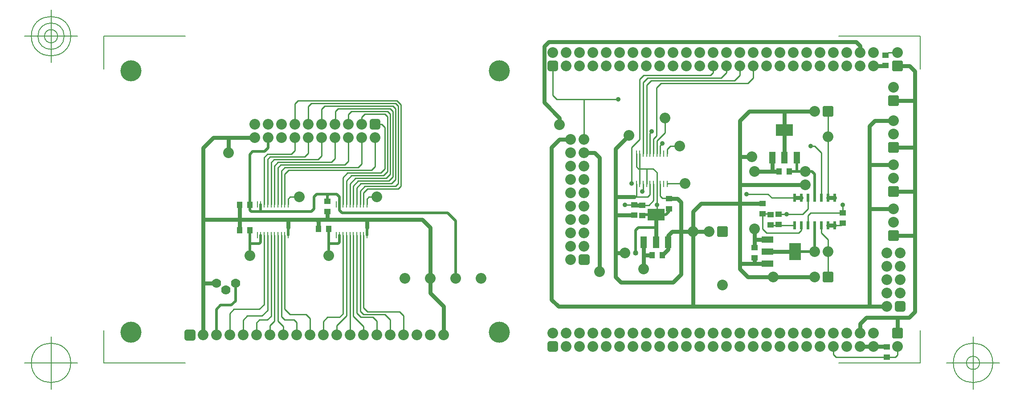
<source format=gbr>
G04 Generated by Ultiboard 13.0 *
%FSLAX24Y24*%
%MOIN*%

%ADD10C,0.0001*%
%ADD11C,0.0300*%
%ADD12C,0.0200*%
%ADD13C,0.0100*%
%ADD14C,0.0050*%
%ADD15C,0.1575*%
%ADD16C,0.0800*%
%ADD17R,0.0400X0.0500*%
%ADD18R,0.0098X0.0472*%
%ADD19R,0.0500X0.0400*%
%ADD20R,0.0450X0.0450*%
%ADD21C,0.0350*%
%ADD22C,0.0700*%
%ADD23R,0.0408X0.0408*%
%ADD24C,0.0392*%
%ADD25R,0.0600X0.0600*%
%ADD26C,0.0200*%
%ADD27R,0.0472X0.0866*%
%ADD28R,0.1300X0.0860*%
%ADD29C,0.0400*%
%ADD30R,0.0866X0.0472*%
%ADD31R,0.0860X0.1300*%
%ADD32R,0.0236X0.0610*%


G04 ColorRGB 0000FF for the following layer *
%LNCopper Bottom*%
%LPD*%
G54D10*
G54D11*
X-22691Y-16897D02*
X-22691Y-2887D01*
X-4691Y-16897D02*
X-4691Y-14775D01*
X-4691Y-14775D02*
X-5684Y-13781D01*
X-5684Y-13781D02*
X-5684Y-8881D01*
X-21693Y-13025D02*
X-22646Y-13025D01*
X-19974Y-7181D02*
X-19974Y-9071D01*
X-14074Y-8981D02*
X-14074Y-8391D01*
X-22584Y-8281D02*
X-16333Y-8281D01*
X-16333Y-8881D02*
X-16333Y-8330D01*
X-16333Y-8281D02*
X-6284Y-8281D01*
X-14074Y-8391D02*
X-14184Y-8281D01*
X-13384Y-7671D02*
X-13384Y-8281D01*
X-10433Y-8881D02*
X-10433Y-8330D01*
X-5684Y-8881D02*
X-6284Y-8281D01*
X-22691Y-2887D02*
X-21941Y-2138D01*
X-20784Y-3281D02*
X-20784Y-2138D01*
X-21941Y-2138D02*
X-18821Y-2138D01*
X3180Y5033D02*
X2830Y4683D01*
X26180Y5033D02*
X3180Y5033D01*
X2830Y4683D02*
X2830Y483D01*
X3980Y-667D01*
X3980Y-1167D02*
X3980Y-667D01*
X3380Y-2867D02*
X3980Y-2267D01*
X3380Y-14267D02*
X3380Y-2867D01*
X3980Y-2267D02*
X4820Y-2267D01*
X3890Y-14777D02*
X3380Y-14267D01*
X3890Y-14777D02*
X28480Y-14777D01*
X6620Y-3267D02*
X5820Y-3267D01*
X6980Y-3627D02*
X6620Y-3267D01*
X6980Y-12167D02*
X6980Y-3627D01*
X8180Y-2967D02*
X9180Y-1967D01*
X8180Y-10679D02*
X8180Y-2967D01*
X9580Y-6567D02*
X8180Y-6567D01*
X9575Y-7952D02*
X8195Y-7952D01*
X8180Y-12567D02*
X8180Y-10767D01*
X8180Y-10679D02*
X8267Y-10767D01*
X8880Y-10767D02*
X8267Y-10767D01*
X8180Y-12567D02*
X8580Y-12967D01*
X12480Y-12967D01*
X10180Y-7187D02*
X9580Y-7187D01*
X10286Y-9968D02*
X10286Y-10667D01*
X10286Y-11961D01*
X10901Y-10936D02*
X10317Y-10936D01*
X11191Y-7898D02*
X11191Y-9968D01*
X11671Y-10936D02*
X12097Y-10510D01*
X12180Y-6687D02*
X12800Y-6687D01*
X12397Y-9167D02*
X12097Y-9468D01*
X12397Y-9167D02*
X15180Y-9167D01*
X12097Y-9468D02*
X12097Y-9968D01*
X12097Y-10510D02*
X12097Y-9968D01*
X13080Y-12367D02*
X12480Y-12967D01*
X12800Y-6687D02*
X13080Y-6967D01*
X13080Y-12367D01*
X13980Y-7667D02*
X14580Y-7067D01*
X13980Y-7667D02*
X13980Y-14777D01*
X14580Y-7067D02*
X17480Y-7067D01*
X18180Y-167D02*
X17480Y-867D01*
X23080Y-167D02*
X18180Y-167D01*
X17480Y-11967D02*
X17480Y-867D01*
X18380Y-3567D02*
X17480Y-3567D01*
X22380Y-5667D02*
X17480Y-5667D01*
X19180Y-7077D02*
X17490Y-7077D01*
X17480Y-11567D02*
X19542Y-11567D01*
X18080Y-12567D02*
X17480Y-11967D01*
X23080Y-12567D02*
X18080Y-12567D01*
X20400Y-4667D02*
X18580Y-4667D01*
X18580Y-8967D02*
X18580Y-10377D01*
X19548Y-9761D02*
X18585Y-9761D01*
X18580Y-11147D02*
X18580Y-11567D01*
X19548Y-10667D02*
X21618Y-10667D01*
X19910Y-3648D02*
X19910Y-4636D01*
X20816Y-231D02*
X20880Y-167D01*
X20816Y-231D02*
X20816Y-1578D01*
X20816Y-3648D01*
X22080Y-6643D02*
X21580Y-6643D01*
X24580Y-6643D02*
X24080Y-6643D01*
X24580Y-8691D02*
X24080Y-8691D01*
X26480Y4733D02*
X26180Y5033D01*
X26480Y4233D02*
X26480Y4733D01*
X26480Y-16067D02*
X26930Y-15617D01*
X26480Y-16767D02*
X26480Y-16067D01*
X26480Y-17767D02*
X28460Y-17767D01*
X27480Y3233D02*
X28360Y3233D01*
X27580Y-867D02*
X27180Y-1267D01*
X27180Y-4167D01*
X28980Y-867D02*
X27580Y-867D01*
X28980Y-4167D02*
X27180Y-4167D01*
X27180Y-4267D02*
X27180Y-14777D01*
X27280Y-7467D02*
X27180Y-7567D01*
X28980Y-7467D02*
X27280Y-7467D01*
X26930Y-15617D02*
X30130Y-15617D01*
X28980Y633D02*
X30580Y633D01*
X28980Y-2867D02*
X30580Y-2867D01*
X28980Y-6167D02*
X30580Y-6167D01*
X28980Y-9467D02*
X30580Y-9467D01*
X29280Y3233D02*
X30180Y3233D01*
X29280Y-16767D02*
X29280Y-15667D01*
X30580Y2833D02*
X30180Y3233D01*
X30580Y-15167D02*
X30580Y2833D01*
X30130Y-15617D02*
X30580Y-15167D01*
G54D12*
X-21691Y-16897D02*
X-21691Y-14987D01*
X-21691Y-14987D02*
X-21384Y-14681D01*
X-20584Y-14681D01*
X-20584Y-14681D02*
X-20276Y-14372D01*
X-20276Y-14372D02*
X-20276Y-13025D01*
X-3784Y-8381D02*
X-3784Y-12681D01*
X-19184Y-10981D02*
X-19184Y-9091D01*
X-13284Y-10981D02*
X-13284Y-9001D01*
X-18484Y-10081D02*
X-19084Y-10081D01*
X-18380Y-9977D02*
X-18380Y-9423D01*
X-18380Y-9977D02*
X-18484Y-10081D01*
X-12584Y-10081D02*
X-13184Y-10081D01*
X-12480Y-9423D02*
X-12480Y-9977D01*
X-12584Y-10081D01*
X-16333Y-9423D02*
X-16333Y-8881D01*
X-10433Y-9423D02*
X-10433Y-8881D01*
X-10433Y-8330D02*
X-10384Y-8281D01*
X-4384Y-7781D02*
X-3784Y-8381D01*
X-19104Y-7681D02*
X-19204Y-7581D01*
X-14584Y-7681D02*
X-19104Y-7681D01*
X-19204Y-7581D02*
X-19204Y-3401D01*
X-18380Y-7139D02*
X-18380Y-7677D01*
X-14384Y-7481D02*
X-14584Y-7681D01*
X-14384Y-6581D02*
X-14384Y-7481D01*
X-12480Y-7585D02*
X-12284Y-7781D01*
X-12480Y-7585D02*
X-12480Y-6585D01*
X-12284Y-7781D02*
X-4384Y-7781D01*
X-13384Y-6481D02*
X-13384Y-6901D01*
X-14184Y-6381D02*
X-14384Y-6581D01*
X-14184Y-6381D02*
X-12684Y-6381D01*
X-13284Y-6381D02*
X-13384Y-6481D01*
X-12480Y-6585D02*
X-12684Y-6381D01*
X-18984Y-3181D02*
X-19204Y-3401D01*
X-18084Y-3181D02*
X-18984Y-3181D01*
X-17821Y-2918D02*
X-18084Y-3181D01*
X-17821Y-2138D02*
X-17821Y-2918D01*
X11191Y-7898D02*
X10239Y-7898D01*
X10180Y-7957D01*
X9880Y-8867D02*
X9680Y-9067D01*
X11191Y-8867D02*
X9880Y-8867D01*
X9680Y-9067D02*
X9680Y-10767D01*
X11241Y-8016D02*
X11191Y-7966D01*
X11949Y-7898D02*
X11191Y-7898D01*
X12180Y-7457D02*
X12180Y-7667D01*
X11949Y-7898D01*
X22880Y-4667D02*
X21170Y-4667D01*
X21721Y-3648D02*
X21721Y-4467D01*
X21721Y-4625D02*
X21680Y-4667D01*
X21721Y-4467D02*
X21721Y-4625D01*
X21618Y-10667D02*
X23080Y-10667D01*
X23080Y-4867D02*
X22880Y-4667D01*
X23080Y-6643D02*
X23080Y-4867D01*
X23080Y-8691D02*
X23080Y-10667D01*
G54D13*
X-20691Y-15287D02*
X-20691Y-16897D01*
X-19691Y-16897D02*
X-19691Y-15787D01*
X-18691Y-16897D02*
X-18691Y-15987D01*
X-17356Y-15853D02*
X-17691Y-16187D01*
X-17691Y-16897D01*
X-17100Y-15865D02*
X-16691Y-16275D01*
X-16691Y-16897D01*
X-15691Y-16897D02*
X-15691Y-15975D01*
X-14691Y-16897D02*
X-14691Y-15675D01*
X-13691Y-16897D02*
X-13691Y-15887D01*
X-12691Y-16187D02*
X-11968Y-15465D01*
X-12691Y-16897D02*
X-12691Y-16187D01*
X-11712Y-9423D02*
X-11712Y-16875D01*
X-11691Y-16897D01*
X-10691Y-16275D02*
X-11456Y-15509D01*
X-10691Y-16897D02*
X-10691Y-16275D01*
X-9691Y-15875D02*
X-9691Y-16897D01*
X-8691Y-15775D02*
X-8691Y-16897D01*
X-7691Y-15475D02*
X-7691Y-16897D01*
X-19691Y-15787D02*
X-19384Y-15481D01*
X-18284Y-15481D01*
X-18484Y-15781D02*
X-17884Y-15781D01*
X-18284Y-15481D02*
X-17868Y-15065D01*
X-18691Y-15987D02*
X-18484Y-15781D01*
X-17356Y-9423D02*
X-17356Y-15853D01*
X-17884Y-15781D02*
X-17612Y-15509D01*
X-17612Y-9423D01*
X-17100Y-9423D02*
X-17100Y-15865D01*
X-16584Y-15781D02*
X-16844Y-15521D01*
X-16844Y-9423D01*
X-15884Y-15781D02*
X-16584Y-15781D01*
X-16184Y-15381D02*
X-16589Y-14977D01*
X-15691Y-15975D02*
X-15884Y-15781D01*
X-14984Y-15381D02*
X-16184Y-15381D01*
X-14691Y-15675D02*
X-14984Y-15381D01*
X-13384Y-15581D02*
X-12484Y-15581D01*
X-13691Y-15887D02*
X-13384Y-15581D01*
X-12484Y-15581D02*
X-12224Y-15321D01*
X-11968Y-9423D02*
X-11968Y-15465D01*
X-11456Y-15509D02*
X-11456Y-9423D01*
X-11200Y-15265D02*
X-10884Y-15581D01*
X-9984Y-15581D01*
X-10944Y-15121D02*
X-10684Y-15381D01*
X-9084Y-15381D01*
X-9984Y-15581D02*
X-9691Y-15875D01*
X-9084Y-15381D02*
X-8691Y-15775D01*
X-7984Y-15181D02*
X-7691Y-15475D01*
X-20384Y-14981D02*
X-20691Y-15287D01*
X-18484Y-14981D02*
X-20384Y-14981D01*
X-18124Y-14621D02*
X-18124Y-9423D01*
X-18124Y-14621D02*
X-18484Y-14981D01*
X-17868Y-15065D02*
X-17868Y-9423D01*
X-16589Y-14977D02*
X-16589Y-9423D01*
X-12224Y-15321D02*
X-12224Y-9423D01*
X-11200Y-9423D02*
X-11200Y-15265D01*
X-10944Y-9423D02*
X-10944Y-15121D01*
X-10689Y-14877D02*
X-10384Y-15181D01*
X-7984Y-15181D02*
X-10384Y-15181D01*
X-10689Y-9423D02*
X-10689Y-14877D01*
X-18124Y-7139D02*
X-18124Y-3621D01*
X-17612Y-7139D02*
X-17612Y-4009D01*
X-17356Y-7139D02*
X-17356Y-4253D01*
X-17868Y-7139D02*
X-17868Y-3765D01*
X-17100Y-7139D02*
X-17100Y-4397D01*
X-16589Y-7139D02*
X-16589Y-4885D01*
X-16844Y-7139D02*
X-16844Y-4641D01*
X-16333Y-7139D02*
X-16333Y-6730D01*
X-16184Y-6581D01*
X-12224Y-7139D02*
X-12224Y-5121D01*
X-11968Y-7139D02*
X-11968Y-5365D01*
X-11712Y-7139D02*
X-11712Y-5609D01*
X-10944Y-6141D02*
X-10944Y-7139D01*
X-11200Y-5897D02*
X-11200Y-7139D01*
X-11456Y-5753D02*
X-11456Y-7139D01*
X-10689Y-6285D02*
X-10689Y-7139D01*
X-10433Y-7139D02*
X-10433Y-6730D01*
X-10284Y-6581D01*
X-16184Y-6581D02*
X-15484Y-6581D01*
X-10584Y-5781D02*
X-10944Y-6141D01*
X-8084Y-5981D02*
X-10384Y-5981D01*
X-10689Y-6285D01*
X-9684Y-6581D02*
X-10284Y-6581D01*
X-7884Y-5781D02*
X-8084Y-5981D01*
X-11968Y-5365D02*
X-11584Y-4981D01*
X-11712Y-5609D02*
X-11284Y-5181D01*
X-8984Y-5181D01*
X-11084Y-5381D02*
X-8784Y-5381D01*
X-10884Y-5581D02*
X-8584Y-5581D01*
X-10884Y-5581D02*
X-11200Y-5897D01*
X-11084Y-5381D02*
X-11456Y-5753D01*
X-10584Y-5781D02*
X-8284Y-5781D01*
X-8984Y-5181D02*
X-8684Y-4881D01*
X-8484Y-5081D02*
X-8784Y-5381D01*
X-8284Y-5281D02*
X-8584Y-5581D01*
X-8284Y19D02*
X-8284Y-5281D01*
X-8084Y219D02*
X-8084Y-5581D01*
X-7884Y319D02*
X-7884Y-5781D01*
X-8084Y-5581D02*
X-8284Y-5781D01*
X-16884Y-4181D02*
X-17100Y-4397D01*
X-11084Y-4381D02*
X-16584Y-4381D01*
X-16589Y-4885D02*
X-16284Y-4581D01*
X-16844Y-4641D02*
X-16584Y-4381D01*
X-16284Y-4581D02*
X-10084Y-4581D01*
X-11884Y-4781D02*
X-9384Y-4781D01*
X-12224Y-5121D02*
X-11884Y-4781D01*
X-10821Y-4118D02*
X-11084Y-4381D01*
X-11584Y-4981D02*
X-9184Y-4981D01*
X-10084Y-4581D02*
X-9821Y-4318D01*
X-9384Y-4781D02*
X-9084Y-4481D01*
X-8884Y-4681D02*
X-8884Y-581D01*
X-9084Y-1381D02*
X-9084Y-4481D01*
X-8684Y-4881D02*
X-8684Y-381D01*
X-8484Y-181D02*
X-8484Y-5081D01*
X-8884Y-4681D02*
X-9184Y-4981D01*
X-17884Y-3381D02*
X-18124Y-3621D01*
X-14084Y-3781D02*
X-17384Y-3781D01*
X-15084Y-3581D02*
X-17684Y-3581D01*
X-17384Y-3781D02*
X-17612Y-4009D01*
X-17356Y-4253D02*
X-17084Y-3981D01*
X-17868Y-3765D02*
X-17684Y-3581D01*
X-13084Y-3981D02*
X-17084Y-3981D01*
X-12084Y-4181D02*
X-16884Y-4181D01*
X-14821Y-3318D02*
X-15084Y-3581D01*
X-13821Y-3518D02*
X-14084Y-3781D01*
X-12821Y-3718D02*
X-13084Y-3981D01*
X-12821Y-2138D02*
X-12821Y-3718D01*
X-11821Y-3918D02*
X-12084Y-4181D01*
X-11821Y-2138D02*
X-11821Y-3918D01*
X-10821Y-2138D02*
X-10821Y-4118D01*
X-9821Y-4318D02*
X-9821Y-2138D01*
X-16084Y-3381D02*
X-17884Y-3381D01*
X-15821Y-3118D02*
X-16084Y-3381D01*
X-15821Y-2138D02*
X-15821Y-3118D01*
X-14821Y-2138D02*
X-14821Y-3318D01*
X-13821Y-2138D02*
X-13821Y-3518D01*
X-9328Y-1138D02*
X-9084Y-1381D01*
X-15821Y-1138D02*
X-15821Y382D01*
X-14821Y-1138D02*
X-14821Y182D01*
X-13821Y-1138D02*
X-13821Y-18D01*
X-12784Y-1101D02*
X-12784Y-181D01*
X-12821Y-1138D02*
X-12784Y-1101D01*
X-11821Y-1138D02*
X-11821Y-418D01*
X-11584Y-181D02*
X-11821Y-418D01*
X-10821Y-618D02*
X-10584Y-381D01*
X-10821Y-1138D02*
X-10821Y-618D01*
X-9821Y-1138D02*
X-9328Y-1138D01*
X-9084Y-381D02*
X-8884Y-581D01*
X-14821Y182D02*
X-14584Y419D01*
X-13821Y-18D02*
X-13584Y219D01*
X-8484Y219D01*
X-12784Y-181D02*
X-12584Y19D01*
X-8684Y19D01*
X-8884Y-181D02*
X-11584Y-181D01*
X-10584Y-381D02*
X-9084Y-381D01*
X-8684Y-381D02*
X-8884Y-181D01*
X-8684Y19D02*
X-8484Y-181D01*
X-8484Y219D02*
X-8284Y19D01*
X-8284Y419D02*
X-8084Y219D01*
X-8184Y619D02*
X-7884Y319D01*
X-15821Y382D02*
X-15584Y619D01*
X-8184Y619D01*
X-14584Y419D02*
X-8284Y419D01*
X3480Y3233D02*
X3480Y1033D01*
X3780Y733D02*
X3480Y1033D01*
X3780Y733D02*
X8380Y733D01*
X5820Y-2267D02*
X5820Y693D01*
X5780Y733D01*
X9380Y-2867D02*
X9980Y-2267D01*
X9380Y-5567D02*
X9380Y-2867D01*
X8880Y-7167D02*
X9580Y-7167D01*
X10569Y2333D02*
X10240Y2004D01*
X9980Y2233D02*
X10280Y2533D01*
X9980Y-2267D02*
X9980Y2233D01*
X10240Y-3325D02*
X10240Y2004D01*
X9728Y-3325D02*
X9728Y-4311D01*
X9984Y-3325D02*
X9984Y-5609D01*
X9728Y-4311D02*
X9882Y-4465D01*
X9982Y-4465D02*
X10977Y-4465D01*
X9982Y-4465D02*
X9984Y-4467D01*
X9982Y-4465D02*
X9882Y-4465D01*
X9728Y-5609D02*
X9728Y-6515D01*
X10240Y-6107D02*
X10240Y-5609D01*
X9580Y-6567D02*
X10580Y-6567D01*
X9728Y-6515D02*
X9780Y-6567D01*
X10180Y-6167D02*
X10240Y-6107D01*
X10180Y-7187D02*
X10660Y-7187D01*
X10569Y2333D02*
X16080Y2333D01*
X15280Y2533D02*
X10280Y2533D01*
X10825Y2133D02*
X10496Y1804D01*
X10825Y2133D02*
X17080Y2133D01*
X10496Y-3325D02*
X10496Y1804D01*
X10880Y-1667D02*
X10752Y-1795D01*
X10752Y-3325D02*
X10752Y-1795D01*
X11007Y-2239D02*
X11230Y-2017D01*
X11007Y-3325D02*
X11007Y-2239D01*
X10496Y-5609D02*
X10496Y-4465D01*
X11263Y-4751D02*
X10977Y-4465D01*
X10752Y-5609D02*
X10752Y-6395D01*
X11007Y-5609D02*
X11007Y-6839D01*
X10752Y-6395D02*
X10580Y-6567D01*
X11007Y-6839D02*
X10660Y-7187D01*
X11559Y1933D02*
X11230Y1604D01*
X11559Y1933D02*
X18080Y1933D01*
X11230Y1604D02*
X11230Y-2017D01*
X11263Y-2383D02*
X11880Y-1767D01*
X11263Y-3325D02*
X11263Y-2383D01*
X11519Y-3325D02*
X11519Y-2727D01*
X11680Y-2567D02*
X11519Y-2727D01*
X11263Y-4751D02*
X11263Y-7825D01*
X11519Y-5609D02*
X11519Y-6507D01*
X11680Y-6667D02*
X12160Y-6667D01*
X11519Y-6507D02*
X11680Y-6667D01*
X11263Y-7825D02*
X11191Y-7898D01*
X11880Y-1767D02*
X11880Y-667D01*
X12031Y-3015D02*
X12280Y-2767D01*
X12980Y-2767D01*
X12031Y-3325D02*
X12031Y-3015D01*
X13380Y-5567D02*
X12073Y-5567D01*
X12031Y-5609D01*
X12160Y-6667D02*
X12180Y-6687D01*
X15480Y2733D02*
X15280Y2533D01*
X15480Y3233D02*
X15480Y2733D01*
X16080Y2333D02*
X16480Y2733D01*
X16480Y3233D01*
X17080Y2133D02*
X17480Y2533D01*
X17480Y3233D01*
X18080Y1933D02*
X18480Y2333D01*
X17980Y-6367D02*
X19580Y-6367D01*
X18480Y2333D02*
X18480Y3233D01*
X19856Y-6643D02*
X19580Y-6367D01*
X19180Y-7847D02*
X19180Y-8967D01*
X19180Y-7847D02*
X19740Y-7847D01*
X19220Y-7887D02*
X19180Y-7847D01*
X19180Y-8967D02*
X19480Y-9267D01*
X21880Y-9267D02*
X19480Y-9267D01*
X21580Y-6643D02*
X19856Y-6643D01*
X20380Y-7877D02*
X20970Y-7877D01*
X19740Y-7847D02*
X19780Y-7887D01*
X21580Y-8691D02*
X19813Y-8691D01*
X19780Y-8657D01*
X22180Y-7867D02*
X20980Y-7867D01*
X22080Y-9067D02*
X21880Y-9267D01*
X21546Y-8657D02*
X21580Y-8691D01*
X22780Y-2767D02*
X23080Y-2767D01*
X22580Y-6643D02*
X22580Y-7467D01*
X22180Y-7867D01*
X22580Y-8691D02*
X22580Y-7967D01*
X22770Y-7777D02*
X25180Y-7777D01*
X22580Y-7967D02*
X22770Y-7777D01*
X22080Y-8691D02*
X22080Y-9067D01*
X24080Y-167D02*
X24080Y-6643D01*
X23580Y-3267D02*
X23080Y-2767D01*
X23580Y-6643D02*
X23580Y-3267D01*
X23580Y-9267D02*
X23580Y-8691D01*
X24080Y-9767D02*
X23580Y-9267D01*
X24080Y-12567D02*
X24080Y-9767D01*
X25180Y-7777D02*
X25180Y-7167D01*
X24580Y-8691D02*
X25036Y-8691D01*
X25180Y-8547D01*
X24480Y-18367D02*
X24480Y-17767D01*
X24680Y-18567D02*
X24480Y-18367D01*
X29280Y4233D02*
X28590Y4233D01*
X28380Y4023D01*
X24680Y-18567D02*
X29101Y-18567D01*
X29280Y-17767D02*
X29280Y-18388D01*
X29101Y-18567D01*
G54D14*
X-30140Y-18998D02*
X-30140Y-16553D01*
X-30140Y-18998D02*
X-24027Y-18998D01*
X30986Y-18998D02*
X24873Y-18998D01*
X30986Y-18998D02*
X30986Y-16553D01*
X30986Y5454D02*
X30986Y3009D01*
X30986Y5454D02*
X24873Y5454D01*
X-30140Y5454D02*
X-24027Y5454D01*
X-30140Y5454D02*
X-30140Y3009D01*
X-32109Y-18998D02*
X-36046Y-18998D01*
X-34077Y-20966D02*
X-34077Y-17029D01*
X-35553Y-18998D02*
G75*
D01*
G02X-35553Y-18998I1476J0*
G01*
X32954Y-18998D02*
X36891Y-18998D01*
X34923Y-20966D02*
X34923Y-17029D01*
X33446Y-18998D02*
G75*
D01*
G02X33446Y-18998I1477J0*
G01*
X34431Y-18998D02*
G75*
D01*
G02X34431Y-18998I492J0*
G01*
X-32109Y5454D02*
X-36046Y5454D01*
X-34077Y3486D02*
X-34077Y7423D01*
X-35553Y5454D02*
G75*
D01*
G02X-35553Y5454I1476J0*
G01*
X-35061Y5454D02*
G75*
D01*
G02X-35061Y5454I984J0*
G01*
X-34569Y5454D02*
G75*
D01*
G02X-34569Y5454I492J0*
G01*
G54D15*
X-28100Y-16700D03*
X-541Y-16700D03*
X-28100Y2867D03*
X-541Y2867D03*
G54D16*
X-19184Y-10981D03*
X-13284Y-10981D03*
X-15484Y-6581D03*
X-9684Y-6581D03*
X-20784Y-3281D03*
X-15691Y-16897D03*
X-14691Y-16897D03*
X-13691Y-16897D03*
X-12691Y-16897D03*
X-11691Y-16897D03*
X-10691Y-16897D03*
X-9691Y-16897D03*
X-8691Y-16897D03*
X-7691Y-16897D03*
X-6691Y-16897D03*
X-5691Y-16897D03*
X-4691Y-16897D03*
X-22691Y-16897D03*
X-16691Y-16897D03*
X-19691Y-16897D03*
X-21691Y-16897D03*
X-20691Y-16897D03*
X-17691Y-16897D03*
X-18691Y-16897D03*
X-7584Y-12681D03*
X-5684Y-12681D03*
X-3784Y-12681D03*
X-1884Y-12681D03*
X-15821Y-2138D03*
X-14821Y-2138D03*
X-13821Y-2138D03*
X-12821Y-2138D03*
X-11821Y-2138D03*
X-10821Y-2138D03*
X-9821Y-2138D03*
X-17821Y-2138D03*
X-12821Y-1138D03*
X-11821Y-1138D03*
X-10821Y-1138D03*
X-14821Y-1138D03*
X-13821Y-1138D03*
X-15821Y-1138D03*
X-17821Y-1138D03*
X-16821Y-1138D03*
X-18821Y-1138D03*
X-16821Y-2138D03*
X-18821Y-2138D03*
X3480Y-16767D03*
X4480Y-16767D03*
X4480Y-17767D03*
X5480Y-16767D03*
X5480Y-17767D03*
X6480Y-16767D03*
X6480Y-17767D03*
X7480Y-16767D03*
X7480Y-17767D03*
X12480Y-17767D03*
X12480Y-16767D03*
X9480Y-17767D03*
X8480Y-17767D03*
X10480Y-17767D03*
X11480Y-17767D03*
X9480Y-16767D03*
X8480Y-16767D03*
X11480Y-16767D03*
X10480Y-16767D03*
X25480Y-17767D03*
X25480Y-16767D03*
X19480Y-17767D03*
X19480Y-16767D03*
X18480Y-17767D03*
X15480Y-17767D03*
X13480Y-17767D03*
X14480Y-17767D03*
X17480Y-17767D03*
X16480Y-17767D03*
X14480Y-16767D03*
X13480Y-16767D03*
X15480Y-16767D03*
X17480Y-16767D03*
X16480Y-16767D03*
X18480Y-16767D03*
X21480Y-17767D03*
X20480Y-17767D03*
X23480Y-17767D03*
X22480Y-17767D03*
X24480Y-17767D03*
X22480Y-16767D03*
X20480Y-16767D03*
X21480Y-16767D03*
X23480Y-16767D03*
X24480Y-16767D03*
X26480Y-17767D03*
X27480Y-17767D03*
X26480Y-16767D03*
X27480Y-16767D03*
X29280Y-17767D03*
X5820Y-8267D03*
X5820Y-9267D03*
X5820Y-10267D03*
X5820Y-6267D03*
X5820Y-7267D03*
X5820Y-5267D03*
X4820Y-11267D03*
X4820Y-8267D03*
X4820Y-9267D03*
X4820Y-10267D03*
X4820Y-6267D03*
X4820Y-7267D03*
X4820Y-5267D03*
X5820Y-3267D03*
X5820Y-4267D03*
X5820Y-2267D03*
X4820Y-3267D03*
X4820Y-4267D03*
X4820Y-2267D03*
X12480Y3233D03*
X12480Y4233D03*
X6480Y3233D03*
X6480Y4233D03*
X4480Y3233D03*
X5480Y3233D03*
X3480Y4233D03*
X4480Y4233D03*
X5480Y4233D03*
X9480Y3233D03*
X7480Y3233D03*
X8480Y3233D03*
X10480Y3233D03*
X11480Y3233D03*
X9480Y4233D03*
X8480Y4233D03*
X7480Y4233D03*
X11480Y4233D03*
X10480Y4233D03*
X25480Y3233D03*
X25480Y4233D03*
X19480Y3233D03*
X19480Y4233D03*
X18480Y3233D03*
X15480Y3233D03*
X13480Y3233D03*
X14480Y3233D03*
X17480Y3233D03*
X16480Y3233D03*
X14480Y4233D03*
X13480Y4233D03*
X15480Y4233D03*
X17480Y4233D03*
X16480Y4233D03*
X18480Y4233D03*
X21480Y3233D03*
X20480Y3233D03*
X23480Y3233D03*
X22480Y3233D03*
X24480Y3233D03*
X22480Y4233D03*
X20480Y4233D03*
X21480Y4233D03*
X23480Y4233D03*
X24480Y4233D03*
X26480Y3233D03*
X27480Y3233D03*
X26480Y4233D03*
X27480Y4233D03*
X29280Y4233D03*
X28980Y1633D03*
X3980Y-1167D03*
X6980Y-12167D03*
X13980Y-9167D03*
X8880Y-10767D03*
X9180Y-1967D03*
X13380Y-5567D03*
X10280Y-11967D03*
X18380Y-3567D03*
X22380Y-4667D03*
X18580Y-4667D03*
X18580Y-8967D03*
X19980Y-12567D03*
X22380Y-5667D03*
X23080Y-10667D03*
X24080Y-10667D03*
X28480Y-12777D03*
X29480Y-12777D03*
X28480Y-14777D03*
X28480Y-13777D03*
X29480Y-13777D03*
X29480Y-10777D03*
X28480Y-10777D03*
X28480Y-11777D03*
X29480Y-11777D03*
X11880Y-667D03*
X12980Y-2767D03*
X15180Y-9167D03*
X16180Y-13167D03*
X23080Y-167D03*
X23080Y-12567D03*
X24080Y-2067D03*
X28980Y-1867D03*
X28980Y-867D03*
X28980Y-5167D03*
X28980Y-4167D03*
X28980Y-8467D03*
X28980Y-7467D03*
G54D17*
X-19964Y-9081D03*
X-19194Y-9081D03*
X-14074Y-8981D03*
X-13304Y-8981D03*
X-19974Y-7181D03*
X-19204Y-7181D03*
X10901Y-10936D03*
X11671Y-10936D03*
X20400Y-4667D03*
X21170Y-4667D03*
G54D18*
X-18380Y-9423D03*
X-18636Y-9423D03*
X-17612Y-9423D03*
X-17356Y-9423D03*
X-18124Y-9423D03*
X-17868Y-9423D03*
X-16844Y-9423D03*
X-16589Y-9423D03*
X-17100Y-9423D03*
X-16333Y-9423D03*
X-18636Y-7139D03*
X-18380Y-7139D03*
X-18124Y-7139D03*
X-17356Y-7139D03*
X-17868Y-7139D03*
X-17612Y-7139D03*
X-16589Y-7139D03*
X-17100Y-7139D03*
X-16844Y-7139D03*
X-16333Y-7139D03*
X-12736Y-9423D03*
X-11200Y-9423D03*
X-12480Y-9423D03*
X-12224Y-9423D03*
X-11968Y-9423D03*
X-11712Y-9423D03*
X-11456Y-9423D03*
X-10433Y-9423D03*
X-10944Y-9423D03*
X-10689Y-9423D03*
X-12736Y-7139D03*
X-12480Y-7139D03*
X-11968Y-7139D03*
X-12224Y-7139D03*
X-11712Y-7139D03*
X-11200Y-7139D03*
X-11456Y-7139D03*
X-10944Y-7139D03*
X-10433Y-7139D03*
X-10689Y-7139D03*
X9728Y-5609D03*
X9984Y-5609D03*
X10240Y-5609D03*
X10496Y-5609D03*
X10752Y-5609D03*
X11007Y-5609D03*
X11263Y-5609D03*
X11519Y-5609D03*
X11775Y-5609D03*
X12031Y-5609D03*
X9728Y-3325D03*
X9984Y-3325D03*
X10240Y-3325D03*
X10496Y-3325D03*
X10752Y-3325D03*
X11007Y-3325D03*
X11263Y-3325D03*
X11519Y-3325D03*
X11775Y-3325D03*
X12031Y-3325D03*
G54D19*
X-13384Y-7671D03*
X-13384Y-6901D03*
X28480Y-18557D03*
X28480Y-17787D03*
X28380Y3253D03*
X28380Y4023D03*
X9575Y-7952D03*
X9575Y-7182D03*
X10180Y-7957D03*
X10180Y-7187D03*
X12180Y-7457D03*
X12180Y-6687D03*
X18580Y-11147D03*
X18580Y-10377D03*
X19780Y-8657D03*
X19780Y-7887D03*
X20380Y-8647D03*
X20380Y-7877D03*
X19180Y-7847D03*
X19180Y-7077D03*
X25180Y-8547D03*
X25180Y-7777D03*
G54D20*
X-23691Y-16897D03*
G54D21*
X-23916Y-17122D02*
X-23466Y-17122D01*
X-23466Y-16672D01*
X-23916Y-16672D01*
X-23916Y-17122D01*D02*
X8380Y733D03*
X9380Y-5567D03*
X8880Y-7167D03*
X10180Y-6167D03*
X10880Y-1667D03*
X11680Y-2567D03*
X11280Y-7167D03*
X17980Y-6367D03*
X20980Y-7867D03*
X22780Y-2767D03*
X25180Y-7167D03*
G54D22*
X-21693Y-13025D03*
X-20984Y-13537D03*
X-20276Y-13025D03*
G54D23*
X-9821Y-1138D03*
X3480Y-17767D03*
X5820Y-11267D03*
X3480Y3233D03*
X29480Y-14777D03*
G54D24*
X-10025Y-1342D02*
X-9617Y-1342D01*
X-9617Y-934D01*
X-10025Y-934D01*
X-10025Y-1342D01*D02*
X3276Y-17971D02*
X3684Y-17971D01*
X3684Y-17563D01*
X3276Y-17563D01*
X3276Y-17971D01*D02*
X5616Y-11471D02*
X6024Y-11471D01*
X6024Y-11063D01*
X5616Y-11063D01*
X5616Y-11471D01*D02*
X3276Y3029D02*
X3684Y3029D01*
X3684Y3437D01*
X3276Y3437D01*
X3276Y3029D01*D02*
X29276Y-14981D02*
X29684Y-14981D01*
X29684Y-14573D01*
X29276Y-14573D01*
X29276Y-14981D01*D02*
G54D25*
X29280Y-16767D03*
X29280Y3233D03*
X28980Y633D03*
X16180Y-9167D03*
X24080Y-167D03*
X24080Y-12567D03*
X28980Y-2867D03*
X28980Y-6167D03*
X28980Y-9467D03*
G54D26*
X28980Y-17067D02*
X29580Y-17067D01*
X29580Y-16467D01*
X28980Y-16467D01*
X28980Y-17067D01*D02*
X28980Y2933D02*
X29580Y2933D01*
X29580Y3533D01*
X28980Y3533D01*
X28980Y2933D01*D02*
X28680Y333D02*
X29280Y333D01*
X29280Y933D01*
X28680Y933D01*
X28680Y333D01*D02*
X15880Y-9467D02*
X16480Y-9467D01*
X16480Y-8867D01*
X15880Y-8867D01*
X15880Y-9467D01*D02*
X23780Y-467D02*
X24380Y-467D01*
X24380Y133D01*
X23780Y133D01*
X23780Y-467D01*D02*
X23780Y-12867D02*
X24380Y-12867D01*
X24380Y-12267D01*
X23780Y-12267D01*
X23780Y-12867D01*D02*
X28680Y-3167D02*
X29280Y-3167D01*
X29280Y-2567D01*
X28680Y-2567D01*
X28680Y-3167D01*D02*
X28680Y-6467D02*
X29280Y-6467D01*
X29280Y-5867D01*
X28680Y-5867D01*
X28680Y-6467D01*D02*
X28680Y-9767D02*
X29280Y-9767D01*
X29280Y-9167D01*
X28680Y-9167D01*
X28680Y-9767D01*D02*
G54D27*
X10286Y-9968D03*
X11191Y-9968D03*
X12097Y-9968D03*
X19910Y-3648D03*
X20816Y-3648D03*
X21721Y-3648D03*
G54D28*
X11191Y-7898D03*
X20816Y-1578D03*
G54D29*
X9680Y-10767D03*
G54D30*
X19548Y-11572D03*
X19548Y-10667D03*
X19548Y-9761D03*
G54D31*
X21618Y-10667D03*
G54D32*
X21580Y-8691D03*
X22080Y-8691D03*
X22580Y-8691D03*
X23080Y-8691D03*
X23580Y-8691D03*
X24080Y-8691D03*
X24580Y-8691D03*
X21580Y-6643D03*
X22080Y-6643D03*
X22580Y-6643D03*
X23080Y-6643D03*
X23580Y-6643D03*
X24080Y-6643D03*
X24580Y-6643D03*

M02*

</source>
